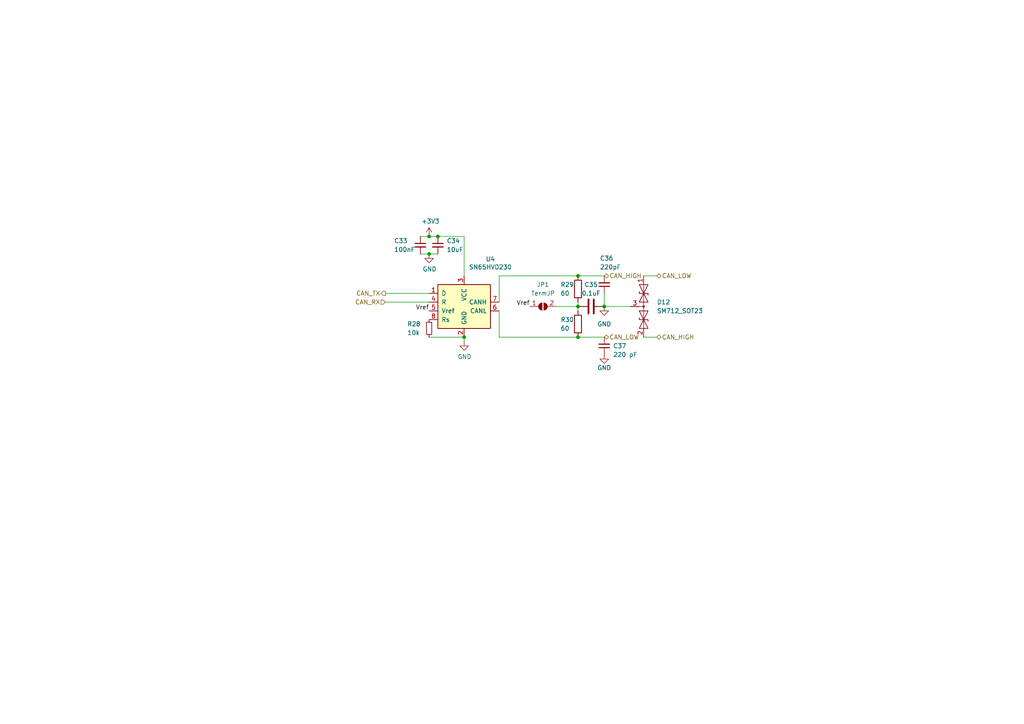
<source format=kicad_sch>
(kicad_sch (version 20211123) (generator eeschema)
  (paper "A4")
  (lib_symbols
    (symbol "Device:C" (pin_numbers hide) (pin_names (offset 0.254))
      (property "Reference" "C" (at 0.635 2.54 0))
      (property "Value" "C" (at 0.635 -2.54 0))
      (symbol "C_0_1"
        (polyline (pts (xy -2.032 -0.762) (xy 2.032 -0.762)) (stroke (width 0.508)))
        (polyline (pts (xy -2.032 0.762) (xy 2.032 0.762)) (stroke (width 0.508)))
      )
      (symbol "C_1_1"
        (pin passive line (at 0 3.81 270) (length 2.794) (name "~") (number "1"))
        (pin passive line (at 0 -3.81 90) (length 2.794) (name "~") (number "2"))
      )
    )
    (symbol "Device:C_Small" (pin_numbers hide) (pin_names (offset 0.254) hide)
      (property "Reference" "C" (at 0.254 1.778 0))
      (property "Value" "C_Small" (at 0.254 -2.032 0))
      (symbol "C_Small_0_1"
        (polyline (pts (xy -1.524 -0.508) (xy 1.524 -0.508)) (stroke (width 0.3302)))
        (polyline (pts (xy -1.524 0.508) (xy 1.524 0.508)) (stroke (width 0.3048)))
      )
      (symbol "C_Small_1_1"
        (pin passive line (at 0 2.54 270) (length 2.032) (name "~") (number "1"))
        (pin passive line (at 0 -2.54 90) (length 2.032) (name "~") (number "2"))
      )
    )
    (symbol "Device:R" (pin_numbers hide) (pin_names (offset 0))
      (property "Reference" "R" (at 2.032 0 90))
      (property "Value" "R" (at 0 0 90))
      (symbol "R_0_1"
        (rectangle (start -1.016 -2.54) (end 1.016 2.54) (stroke (width 0.254)))
      )
      (symbol "R_1_1"
        (pin passive line (at 0 3.81 270) (length 1.27) (name "~") (number "1"))
        (pin passive line (at 0 -3.81 90) (length 1.27) (name "~") (number "2"))
      )
    )
    (symbol "Device:R_Small" (pin_numbers hide) (pin_names (offset 0.254) hide)
      (property "Reference" "R" (at 0.762 0.508 0))
      (property "Value" "R_Small" (at 0.762 -1.016 0))
      (symbol "R_Small_0_1"
        (rectangle (start -0.762 1.778) (end 0.762 -1.778) (stroke (width 0.2032)))
      )
      (symbol "R_Small_1_1"
        (pin passive line (at 0 2.54 270) (length 0.762) (name "~") (number "1"))
        (pin passive line (at 0 -2.54 90) (length 0.762) (name "~") (number "2"))
      )
    )
    (symbol "Diode:SM712_SOT23" (pin_names (offset 1.016) hide)
      (property "Reference" "D" (at 0 4.445 0))
      (property "Value" "SM712_SOT23" (at 0 2.54 0))
      (symbol "SM712_SOT23_0_0"
        (polyline (pts (xy 0 -1.27) (xy 0 0)))
      )
      (symbol "SM712_SOT23_0_1"
        (polyline (pts (xy -6.35 0) (xy 6.35 0)))
        (polyline (pts (xy -3.302 1.27) (xy -3.81 1.27) (xy -3.81 -1.27) (xy -4.318 -1.27)) (stroke (width 0.2032)))
        (polyline (pts (xy 4.318 1.27) (xy 3.81 1.27) (xy 3.81 -1.27) (xy 3.302 -1.27)) (stroke (width 0.2032)))
        (polyline (pts (xy -6.35 -1.27) (xy -1.27 1.27) (xy -1.27 -1.27) (xy -6.35 1.27) (xy -6.35 -1.27)) (stroke (width 0.2032)))
        (polyline (pts (xy 1.27 -1.27) (xy 1.27 1.27) (xy 6.35 -1.27) (xy 6.35 1.27) (xy 1.27 -1.27)) (stroke (width 0.2032)))
        (circle (center 0 0) (radius 0.254) (fill (type outline)))
      )
      (symbol "SM712_SOT23_1_1"
        (pin passive line (at -8.89 0 0) (length 2.54) (name "A1") (number "1"))
        (pin passive line (at 8.89 0 180) (length 2.54) (name "A2") (number "2"))
        (pin input line (at 0 -3.81 90) (length 2.54) (name "common") (number "3"))
      )
    )
    (symbol "Interface_CAN_LIN:SN65HVD230" (pin_names (offset 1.016))
      (property "Reference" "U" (at -2.54 10.16 0))
      (property "Value" "SN65HVD230" (at -2.54 7.62 0))
      (symbol "SN65HVD230_0_1"
        (rectangle (start -7.62 5.08) (end 7.62 -7.62) (stroke (width 0.254)) (fill (type background)))
      )
      (symbol "SN65HVD230_1_1"
        (pin input line (at -10.16 2.54 0) (length 2.54) (name "D") (number "1"))
        (pin power_in line (at 0 -10.16 90) (length 2.54) (name "GND") (number "2"))
        (pin power_in line (at 0 7.62 270) (length 2.54) (name "VCC") (number "3"))
        (pin output line (at -10.16 0 0) (length 2.54) (name "R") (number "4"))
        (pin output line (at -10.16 -2.54 0) (length 2.54) (name "Vref") (number "5"))
        (pin bidirectional line (at 10.16 -2.54 180) (length 2.54) (name "CANL") (number "6"))
        (pin bidirectional line (at 10.16 0 180) (length 2.54) (name "CANH") (number "7"))
        (pin input line (at -10.16 -5.08 0) (length 2.54) (name "Rs") (number "8"))
      )
    )
    (symbol "Jumper:SolderJumper_2_Open" (pin_names (offset 0) hide)
      (property "Reference" "JP" (at 0 2.032 0))
      (property "Value" "SolderJumper_2_Open" (at 0 -2.54 0))
      (symbol "SolderJumper_2_Open_0_1"
        (arc (start -0.254 1.016) (mid -1.27 0) (end -0.254 -1.016))
        (arc (start -0.254 1.016) (mid -1.27 0) (end -0.254 -1.016) (fill (type outline)))
        (polyline (pts (xy -0.254 1.016) (xy -0.254 -1.016)))
        (polyline (pts (xy 0.254 1.016) (xy 0.254 -1.016)))
        (arc (start 0.254 -1.016) (mid 1.27 0) (end 0.254 1.016))
        (arc (start 0.254 -1.016) (mid 1.27 0) (end 0.254 1.016) (fill (type outline)))
      )
      (symbol "SolderJumper_2_Open_1_1"
        (pin passive line (at -3.81 0 0) (length 2.54) (name "A") (number "1"))
        (pin passive line (at 3.81 0 180) (length 2.54) (name "B") (number "2"))
      )
    )
    (symbol "power:+3.3V" (power) (pin_names (offset 0))
      (property "Value" "+3.3V" (at 0 3.556 0))
      (symbol "+3.3V_0_1"
        (polyline (pts (xy -0.762 1.27) (xy 0 2.54)))
        (polyline (pts (xy 0 0) (xy 0 2.54)))
        (polyline (pts (xy 0 2.54) (xy 0.762 1.27)))
      )
      (symbol "+3.3V_1_1"
        (pin power_in line (at 0 0 90) (length 0) hide (name "+3V3") (number "1"))
      )
    )
    (symbol "power:GND" (power) (pin_names (offset 0))
      (property "Value" "GND" (at 0 -3.81 0))
      (symbol "GND_0_1"
        (polyline (pts (xy 0 0) (xy 0 -1.27) (xy 1.27 -1.27) (xy 0 -2.54) (xy -1.27 -1.27) (xy 0 -1.27)))
      )
      (symbol "GND_1_1"
        (pin power_in line (at 0 0 270) (length 0) hide (name "GND") (number "1"))
      )
    )
  )
  (junction (at 124.46 73.66))
  (junction (at 167.64 88.9))
  (junction (at 124.46 68.58))
  (junction (at 167.64 80.01))
  (junction (at 175.26 88.9))
  (junction (at 167.64 97.79))
  (junction (at 127 68.58))
  (junction (at 134.62 97.79))
  (wire (pts (xy 186.69 97.79) (xy 190.5 97.79)))
  (wire (pts (xy 134.62 68.58) (xy 134.62 80.01)))
  (wire (pts (xy 121.92 73.66) (xy 124.46 73.66)))
  (wire (pts (xy 144.78 90.17) (xy 144.78 97.79)))
  (wire (pts (xy 175.26 85.09) (xy 175.26 88.9)))
  (wire (pts (xy 124.46 68.58) (xy 127 68.58)))
  (wire (pts (xy 175.26 88.9) (xy 182.88 88.9)))
  (wire (pts (xy 111.76 87.63) (xy 124.46 87.63)))
  (wire (pts (xy 167.64 97.79) (xy 175.26 97.79)))
  (wire (pts (xy 124.46 73.66) (xy 127 73.66)))
  (wire (pts (xy 167.64 88.9) (xy 167.64 90.17)))
  (wire (pts (xy 186.69 80.01) (xy 190.5 80.01)))
  (wire (pts (xy 111.76 85.09) (xy 124.46 85.09)))
  (wire (pts (xy 144.78 97.79) (xy 167.64 97.79)))
  (wire (pts (xy 167.64 87.63) (xy 167.64 88.9)))
  (wire (pts (xy 161.29 88.9) (xy 167.64 88.9)))
  (wire (pts (xy 124.46 97.79) (xy 134.62 97.79)))
  (wire (pts (xy 127 68.58) (xy 134.62 68.58)))
  (wire (pts (xy 121.92 68.58) (xy 124.46 68.58)))
  (wire (pts (xy 167.64 80.01) (xy 175.26 80.01)))
  (wire (pts (xy 134.62 99.06) (xy 134.62 97.79)))
  (wire (pts (xy 144.78 87.63) (xy 144.78 80.01)))
  (wire (pts (xy 144.78 80.01) (xy 167.64 80.01)))
  (label "Vref" (at 124.46 90.17 180))
  (label "Vref" (at 153.67 88.9 180))
  (hierarchical_label "CAN_RX" (shape input) (at 111.76 87.63 180))
  (hierarchical_label "CAN_HIGH" (shape bidirectional) (at 175.26 80.01 0))
  (hierarchical_label "CAN_TX" (shape output) (at 111.76 85.09 180))
  (hierarchical_label "CAN_HIGH" (shape bidirectional) (at 190.5 97.79 0))
  (hierarchical_label "CAN_LOW" (shape bidirectional) (at 190.5 80.01 0))
  (hierarchical_label "CAN_LOW" (shape bidirectional) (at 175.26 97.79 0))
  (symbol (lib_id "power:GND") (at 134.62 99.06 0) (unit 1)
    (property "Reference" "#PWR0130" (effects hide))
    (property "Value" "GND" (at 134.747 103.4542 0))
  )
  (symbol (lib_id "power:+3.3V") (at 124.46 68.58 0) (unit 1)
    (property "Reference" "#PWR0131" (effects hide))
    (property "Value" "+3.3V" (at 124.841 64.1858 0))
  )
  (symbol (lib_id "Interface_CAN_LIN:SN65HVD230") (at 134.62 87.63 0) (unit 1)
    (property "Reference" "U4" (at 142.24 75.1586 0))
    (property "Value" "SN65HVD230" (at 142.24 77.47 0))
    (property "Footprint" "Package_SO:SOIC-8_3.9x4.9mm_P1.27mm" (effects hide))
    (property "Datasheet" "http://www.ti.com/lit/ds/symlink/sn65hvd230.pdf" (effects hide))
  )
  (symbol (lib_id "Device:C_Small") (at 127 71.12 0) (unit 1)
    (property "Reference" "C34" (at 129.54 69.8562 0) (effects (justify left)))
    (property "Value" "10uF" (at 129.54 72.3962 0) (effects (justify left)))
    (property "Footprint" "Capacitor_SMD:C_0603_1608Metric" (effects hide))
  )
  (symbol (lib_id "Device:C_Small") (at 175.26 82.55 180) (unit 1)
    (property "Reference" "C36" (at 173.99 74.93 0) (effects (justify right)))
    (property "Value" "220pF" (at 173.99 77.47 0) (effects (justify right)))
    (property "Footprint" "Capacitor_SMD:C_0402_1005Metric" (effects hide))
  )
  (symbol (lib_id "Diode:SM712_SOT23") (at 186.69 88.9 270) (unit 1)
    (property "Reference" "D12" (at 190.5 87.63 90) (effects (justify left)))
    (property "Value" "SM712_SOT23" (at 190.5 90.17 90) (effects (justify left)))
    (property "Footprint" "Package_TO_SOT_SMD:SOT-23" (effects hide))
    (property "Datasheet" "https://www.littelfuse.com/~/media/electronics/datasheets/tvs_diode_arrays/littelfuse_tvs_diode_array_sm712_datasheet.pdf.pdf" (effects hide))
  )
  (symbol (lib_id "power:GND") (at 175.26 88.9 0) (unit 1)
    (property "Reference" "#PWR0146" (effects hide))
    (property "Value" "GND" (at 175.26 93.98 0))
  )
  (symbol (lib_id "power:GND") (at 175.26 102.87 0) (unit 1)
    (property "Reference" "#PWR0151" (effects hide))
    (property "Value" "GND" (at 175.26 106.68 0))
  )
  (symbol (lib_id "Device:C_Small") (at 121.92 71.12 0) (unit 1)
    (property "Reference" "C33" (at 114.3 69.85 0) (effects (justify left)))
    (property "Value" "100nF" (at 114.3 72.39 0) (effects (justify left)))
    (property "Footprint" "Capacitor_SMD:C_0402_1005Metric" (effects hide))
  )
  (symbol (lib_id "Device:R_Small") (at 124.46 95.25 0) (unit 1)
    (property "Reference" "R28" (at 118.11 93.98 0) (effects (justify left)))
    (property "Value" "10k" (at 118.11 96.52 0) (effects (justify left)))
    (property "Footprint" "Resistor_SMD:R_0402_1005Metric" (effects hide))
  )
  (symbol (lib_id "Device:R") (at 167.64 93.98 0) (unit 1)
    (property "Reference" "R30" (at 162.56 92.71 0) (effects (justify left)))
    (property "Value" "60" (at 162.56 95.25 0) (effects (justify left)))
    (property "Footprint" "Resistor_SMD:R_0402_1005Metric" (effects hide))
  )
  (symbol (lib_id "Device:R") (at 167.64 83.82 0) (unit 1)
    (property "Reference" "R29" (at 162.56 82.55 0) (effects (justify left)))
    (property "Value" "60" (at 162.56 85.09 0) (effects (justify left)))
    (property "Footprint" "Resistor_SMD:R_0402_1005Metric" (effects hide))
  )
  (symbol (lib_id "Device:C") (at 171.45 88.9 90) (unit 1)
    (property "Reference" "C35" (at 171.45 82.55 90))
    (property "Value" "0.1uF" (at 171.45 85.09 90))
    (property "Footprint" "Capacitor_SMD:C_0402_1005Metric" (effects hide))
  )
  (symbol (lib_id "power:GND") (at 124.46 73.66 0) (unit 1)
    (property "Reference" "#PWR0145" (effects hide))
    (property "Value" "GND" (at 124.587 78.0542 0))
  )
  (symbol (lib_id "Jumper:SolderJumper_2_Open") (at 157.48 88.9 0) (unit 1)
    (property "Reference" "JP1" (at 157.48 82.55 0))
    (property "Value" "TermJP" (at 157.48 85.09 0))
    (property "Footprint" "Jumper:SolderJumper-2_P1.3mm_Open_RoundedPad1.0x1.5mm" (effects hide))
  )
  (symbol (lib_id "Device:C_Small") (at 175.26 100.33 180) (unit 1)
    (property "Reference" "C37" (at 177.8 100.33 0) (effects (justify right)))
    (property "Value" "220 pF" (at 177.8 102.87 0) (effects (justify right)))
    (property "Footprint" "Capacitor_SMD:C_0402_1005Metric" (effects hide))
  )
)
</source>
